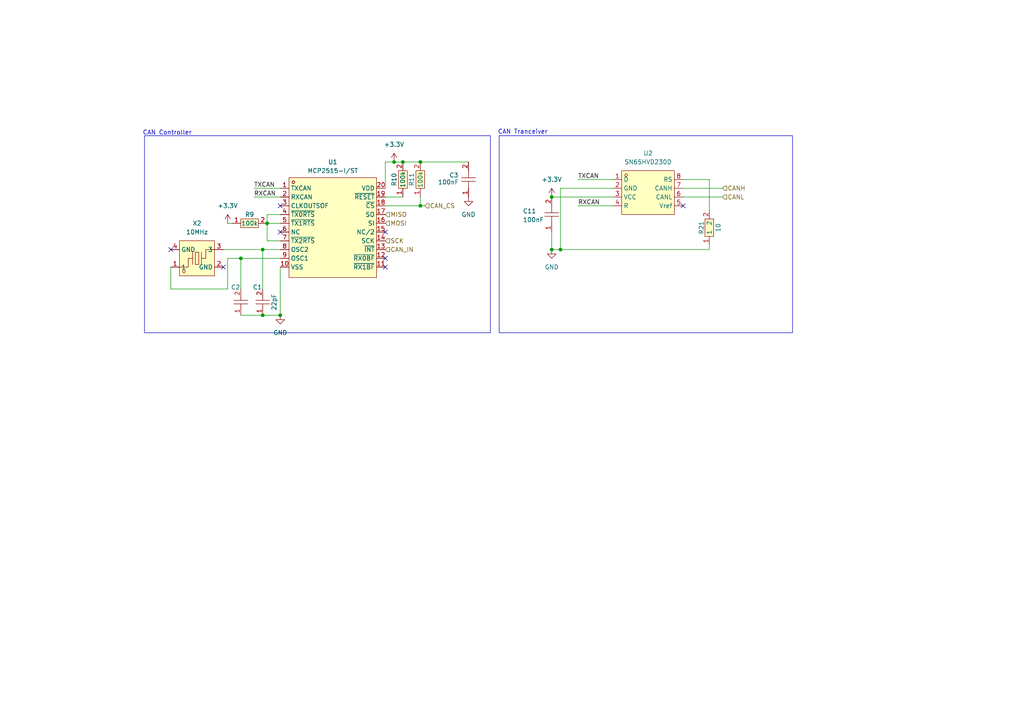
<source format=kicad_sch>
(kicad_sch (version 20250114) (generator "eeschema") (generator_version "9.0")
  (paper "A4")
  (lib_symbols
    (symbol "CC0603JRNPO9BN220_1" (pin_names (hide yes))
      (property "Reference" "C" (at 0 5.08 0))
      (property "Value" "CC0603JRNPO9BN220" (at 0 -5.08 0))
      (symbol "CC0603JRNPO9BN220_1_0_1"
        (polyline (pts (xy -1.27 0) (xy -0.51 0)))
        (polyline (pts (xy -0.51 2.03) (xy -0.51 -2.03)))
        (polyline (pts (xy 0.51 2.03) (xy 0.51 -2.03)))
        (polyline (pts (xy 0.51 0) (xy 1.27 0)))
        (pin input line (at -3.81 0 0) (length 2.54) (name "1") (number "1"))
        (pin input line (at 3.81 0 180) (length 2.54) (name "2") (number "2"))
      )
    )
    (symbol "CC0603KRX7R9BB104_1" (pin_names (hide yes))
      (property "Reference" "C" (at 0 5.08 0))
      (property "Value" "CC0603KRX7R9BB104" (at 0 -5.08 0))
      (symbol "CC0603KRX7R9BB104_1_0_1"
        (polyline (pts (xy -0.51 0) (xy -2.54 0)))
        (polyline (pts (xy -0.51 -2.03) (xy -0.51 2.03)))
        (polyline (pts (xy 0.51 2.03) (xy 0.51 -2.03)))
        (polyline (pts (xy 2.54 0) (xy 0.51 0)))
        (pin unspecified line (at -5.08 0 0) (length 2.54) (name "1") (number "1"))
        (pin unspecified line (at 5.08 0 180) (length 2.54) (name "2") (number "2"))
      )
    )
    (symbol "easyeda2kicad:CC0603JRNPO9BN220" (pin_names (hide yes))
      (property "Reference" "C" (at 0 5.08 0))
      (property "Value" "CC0603JRNPO9BN220" (at 0 -5.08 0))
      (symbol "CC0603JRNPO9BN220_0_1"
        (polyline (pts (xy -1.27 0) (xy -0.51 0)))
        (polyline (pts (xy -0.51 2.03) (xy -0.51 -2.03)))
        (polyline (pts (xy 0.51 2.03) (xy 0.51 -2.03)))
        (polyline (pts (xy 0.51 0) (xy 1.27 0)))
        (pin input line (at -3.81 0 0) (length 2.54) (name "1") (number "1"))
        (pin input line (at 3.81 0 180) (length 2.54) (name "2") (number "2"))
      )
    )
    (symbol "easyeda2kicad:CRCW0402100KFKED" (pin_names (hide yes))
      (property "Reference" "R" (at 0 5.08 0))
      (property "Value" "CRCW0402100KFKED" (at 0 -5.08 0))
      (symbol "CRCW0402100KFKED_0_1"
        (rectangle (start -2.54 1.27) (end 2.54 -1.27) (fill (type background)))
        (pin unspecified line (at -5.08 0 0) (length 2.54) (name "1") (number "1"))
        (pin unspecified line (at 5.08 0 180) (length 2.54) (name "2") (number "2"))
      )
    )
    (symbol "easyeda2kicad:ERJ3GEYJ100V"
      (property "Reference" "R" (at 0 5.08 0))
      (property "Value" "ERJ3GEYJ100V" (at 0 -5.08 0))
      (symbol "ERJ3GEYJ100V_0_1"
        (rectangle (start -2.54 1.27) (end 2.54 -1.27) (fill (type background)))
        (pin unspecified line (at -5.08 0 0) (length 2.54) (name "1") (number "1"))
        (pin unspecified line (at 5.08 0 180) (length 2.54) (name "2") (number "2"))
      )
    )
    (symbol "easyeda2kicad:MCP2515-I_ST"
      (property "Reference" "U" (at 0 16.51 0))
      (property "Value" "MCP2515-I/ST" (at 0 -16.51 0))
      (symbol "MCP2515-I_ST_0_1"
        (rectangle (start -12.7 14.48) (end 12.7 -14.48) (fill (type background)))
        (circle (center -11.43 13.21) (radius 0.38))
        (circle (center -11.43 13.21) (radius 0.38))
        (pin unspecified line (at -15.24 11.43 0) (length 2.54) (name "TXCAN") (number "1"))
        (pin unspecified line (at -15.24 8.89 0) (length 2.54) (name "RXCAN") (number "2"))
        (pin unspecified line (at -15.24 6.35 0) (length 2.54) (name "CLKOUTSOF") (number "3"))
        (pin unspecified line (at -15.24 3.81 0) (length 2.54) (name "~{TX0RTS}") (number "4"))
        (pin unspecified line (at -15.24 1.27 0) (length 2.54) (name "~{TX1RTS}") (number "5"))
        (pin unspecified line (at -15.24 -1.27 0) (length 2.54) (name "NC") (number "6"))
        (pin unspecified line (at -15.24 -3.81 0) (length 2.54) (name "~{TX2RTS}") (number "7"))
        (pin unspecified line (at -15.24 -6.35 0) (length 2.54) (name "OSC2") (number "8"))
        (pin unspecified line (at -15.24 -8.89 0) (length 2.54) (name "OSC1") (number "9"))
        (pin unspecified line (at -15.24 -11.43 0) (length 2.54) (name "VSS") (number "10"))
        (pin unspecified line (at 15.24 11.43 180) (length 2.54) (name "VDD") (number "20"))
        (pin unspecified line (at 15.24 8.89 180) (length 2.54) (name "~{RESET}") (number "19"))
        (pin unspecified line (at 15.24 6.35 180) (length 2.54) (name "~{CS}") (number "18"))
        (pin unspecified line (at 15.24 3.81 180) (length 2.54) (name "SO") (number "17"))
        (pin unspecified line (at 15.24 1.27 180) (length 2.54) (name "SI") (number "16"))
        (pin unspecified line (at 15.24 -1.27 180) (length 2.54) (name "NC/2") (number "15"))
        (pin unspecified line (at 15.24 -3.81 180) (length 2.54) (name "SCK") (number "14"))
        (pin unspecified line (at 15.24 -6.35 180) (length 2.54) (name "~{INT}") (number "13"))
        (pin unspecified line (at 15.24 -8.89 180) (length 2.54) (name "~{RX0BF}") (number "12"))
        (pin unspecified line (at 15.24 -11.43 180) (length 2.54) (name "~{RX1BF}") (number "11"))
      )
    )
    (symbol "easyeda2kicad:SN65HVD230D"
      (property "Reference" "U" (at 0 8.89 0))
      (property "Value" "SN65HVD230D" (at 0 -8.89 0))
      (symbol "SN65HVD230D_0_1"
        (rectangle (start -7.62 6.35) (end 7.62 -6.35) (fill (type background)))
        (circle (center -6.35 5.08) (radius 0.38))
        (pin unspecified line (at -10.16 3.81 0) (length 2.54) (name "D") (number "1"))
        (pin unspecified line (at -10.16 1.27 0) (length 2.54) (name "GND") (number "2"))
        (pin unspecified line (at -10.16 -1.27 0) (length 2.54) (name "VCC") (number "3"))
        (pin unspecified line (at -10.16 -3.81 0) (length 2.54) (name "R") (number "4"))
        (pin unspecified line (at 10.16 3.81 180) (length 2.54) (name "RS") (number "8"))
        (pin unspecified line (at 10.16 1.27 180) (length 2.54) (name "CANH") (number "7"))
        (pin unspecified line (at 10.16 -1.27 180) (length 2.54) (name "CANL") (number "6"))
        (pin unspecified line (at 10.16 -3.81 180) (length 2.54) (name "Vref") (number "5"))
      )
    )
    (symbol "easyeda2kicad:T322510MBBDE2X"
      (property "Reference" "X" (at 0 7.62 0))
      (property "Value" "T322510MBBDE2X" (at 0 -7.62 0))
      (symbol "T322510MBBDE2X_0_1"
        (rectangle (start -5.08 5.08) (end 5.08 -5.08) (fill (type background)))
        (polyline (pts (xy -5.08 -2.54) (xy -2.54 -2.54) (xy -2.54 0) (xy -1.27 0)))
        (circle (center -3.81 -3.81) (radius 0.38))
        (polyline (pts (xy -1.27 -1.78) (xy -1.27 1.78)))
        (rectangle (start -0.51 1.78) (end 0.51 -1.78) (fill (type background)))
        (polyline (pts (xy 1.27 -1.78) (xy 1.27 1.78)))
        (polyline (pts (xy 5.08 2.54) (xy 2.54 2.54) (xy 2.54 0) (xy 1.27 0)))
        (pin input line (at -7.62 2.54 0) (length 2.54) (name "GND") (number "4"))
        (pin input line (at -7.62 -2.54 0) (length 2.54) (name "1") (number "1"))
        (pin input line (at 7.62 2.54 180) (length 2.54) (name "3") (number "3"))
        (pin input line (at 7.62 -2.54 180) (length 2.54) (name "GND") (number "2"))
      )
    )
    (symbol "power:+3.3V" (power) (pin_numbers (hide yes)) (pin_names (offset 0) (hide yes))
      (property "Value" "+3.3V" (at 0 3.556 0))
      (symbol "+3.3V_0_1"
        (polyline (pts (xy -0.762 1.27) (xy 0 2.54)))
        (polyline (pts (xy 0 2.54) (xy 0.762 1.27)))
        (polyline (pts (xy 0 0) (xy 0 2.54)))
      )
      (symbol "+3.3V_1_1"
        (pin power_in line (at 0 0 90) (length 0) (name "~") (number "1"))
      )
    )
    (symbol "power:GND" (power) (pin_numbers (hide yes)) (pin_names (offset 0) (hide yes))
      (property "Value" "GND" (at 0 -3.81 0))
      (symbol "GND_0_1"
        (polyline (pts (xy 0 0) (xy 0 -1.27) (xy 1.27 -1.27) (xy 0 -2.54) (xy -1.27 -1.27) (xy 0 -1.27)))
      )
      (symbol "GND_1_1"
        (pin power_in line (at 0 0 270) (length 0) (name "~") (number "1"))
      )
    )
  )
  (rectangle (start 41.91 39.37) (end 142.24 96.52))
  (rectangle (start 144.78 39.37) (end 229.87 96.52))
  (text "CAN Tranceiver\n" (at 151.638 38.354 0) (effects (font (size 1.27 1.27))))
  (text "CAN Controller\n" (at 48.514 38.608 0) (effects (font (size 1.27 1.27))))
  (junction (at 69.85 74.93))
  (junction (at 81.28 91.44))
  (junction (at 116.84 46.99))
  (junction (at 160.02 57.15))
  (junction (at 121.92 59.69))
  (junction (at 162.56 72.39))
  (junction (at 76.2 91.44))
  (junction (at 76.2 72.39))
  (junction (at 121.92 46.99))
  (junction (at 77.47 64.77))
  (junction (at 160.02 72.39))
  (junction (at 114.3 46.99))
  (no_connect (at 198.12 59.69))
  (no_connect (at 111.76 67.31))
  (no_connect (at 111.76 74.93))
  (no_connect (at 81.28 59.69))
  (no_connect (at 81.28 67.31))
  (no_connect (at 64.77 77.47))
  (no_connect (at 111.76 77.47))
  (no_connect (at 49.53 72.39))
  (wire (pts (xy 160.02 72.39) (xy 160.02 67.31)))
  (wire (pts (xy 66.04 64.77) (xy 67.31 64.77)))
  (wire (pts (xy 121.92 59.69) (xy 111.76 59.69)))
  (wire (pts (xy 49.53 77.47) (xy 49.53 83.82)))
  (wire (pts (xy 114.3 46.99) (xy 116.84 46.99)))
  (wire (pts (xy 66.04 83.82) (xy 66.04 74.93)))
  (wire (pts (xy 77.47 64.77) (xy 81.28 64.77)))
  (wire (pts (xy 81.28 62.23) (xy 77.47 62.23)))
  (wire (pts (xy 69.85 91.44) (xy 76.2 91.44)))
  (wire (pts (xy 66.04 74.93) (xy 69.85 74.93)))
  (wire (pts (xy 111.76 57.15) (xy 116.84 57.15)))
  (wire (pts (xy 123.19 59.69) (xy 121.92 59.69)))
  (wire (pts (xy 205.74 52.07) (xy 198.12 52.07)))
  (wire (pts (xy 111.76 54.61) (xy 111.76 46.99)))
  (wire (pts (xy 64.77 72.39) (xy 76.2 72.39)))
  (wire (pts (xy 135.89 46.99) (xy 121.92 46.99)))
  (wire (pts (xy 111.76 46.99) (xy 114.3 46.99)))
  (wire (pts (xy 205.74 72.39) (xy 205.74 71.12)))
  (wire (pts (xy 121.92 46.99) (xy 116.84 46.99)))
  (wire (pts (xy 77.47 69.85) (xy 81.28 69.85)))
  (wire (pts (xy 69.85 74.93) (xy 69.85 83.82)))
  (wire (pts (xy 121.92 57.15) (xy 121.92 59.69)))
  (wire (pts (xy 77.47 64.77) (xy 77.47 69.85)))
  (wire (pts (xy 198.12 54.61) (xy 209.55 54.61)))
  (wire (pts (xy 162.56 72.39) (xy 205.74 72.39)))
  (wire (pts (xy 167.64 59.69) (xy 177.8 59.69)))
  (wire (pts (xy 205.74 60.96) (xy 205.74 52.07)))
  (wire (pts (xy 73.66 54.61) (xy 81.28 54.61)))
  (wire (pts (xy 160.02 57.15) (xy 177.8 57.15)))
  (wire (pts (xy 81.28 77.47) (xy 81.28 91.44)))
  (wire (pts (xy 81.28 72.39) (xy 76.2 72.39)))
  (wire (pts (xy 198.12 57.15) (xy 209.55 57.15)))
  (wire (pts (xy 76.2 72.39) (xy 76.2 83.82)))
  (wire (pts (xy 69.85 74.93) (xy 81.28 74.93)))
  (wire (pts (xy 177.8 54.61) (xy 162.56 54.61)))
  (wire (pts (xy 77.47 62.23) (xy 77.47 64.77)))
  (wire (pts (xy 167.64 52.07) (xy 177.8 52.07)))
  (wire (pts (xy 73.66 57.15) (xy 81.28 57.15)))
  (wire (pts (xy 162.56 54.61) (xy 162.56 72.39)))
  (wire (pts (xy 49.53 83.82) (xy 66.04 83.82)))
  (wire (pts (xy 162.56 72.39) (xy 160.02 72.39)))
  (wire (pts (xy 76.2 91.44) (xy 81.28 91.44)))
  (label "RXCAN" (at 73.66 57.15 0))
  (label "RXCAN" (at 167.64 59.69 0))
  (label "TXCAN" (at 167.64 52.07 0))
  (label "TXCAN" (at 73.66 54.61 0))
  (hierarchical_label "CAN_CS" (shape input) (at 123.19 59.69 0))
  (hierarchical_label "CANL" (shape input) (at 209.55 57.15 0))
  (hierarchical_label "MOSI" (shape input) (at 111.76 64.77 0))
  (hierarchical_label "SCK" (shape input) (at 111.76 69.85 0))
  (hierarchical_label "CANH" (shape input) (at 209.55 54.61 0))
  (hierarchical_label "MISO" (shape input) (at 111.76 62.23 0))
  (hierarchical_label "CAN_IN" (shape input) (at 111.76 72.39 0))
  (symbol (lib_id "power:GND") (at 160.02 72.39 0) (unit 1)
    (property "Reference" "#PWR0404" (effects (hide yes)))
    (property "Value" "GND" (at 160.02 77.47 0))
    (property "Description" "Power symbol creates a global label with name \"GND\" , ground" (effects (hide yes)))
  )
  (symbol (lib_id "easyeda2kicad:MCP2515-I_ST") (at 96.52 66.04 0) (unit 1)
    (property "Reference" "U1" (at 96.52 46.99 0))
    (property "Value" "MCP2515-I/ST" (at 96.52 49.53 0))
    (property "Footprint" "easyeda2kicad:TSSOP-20_L6.5-W4.4-P0.65-LS6.4-BL" (effects (hide yes)))
    (property "Datasheet" "https://lcsc.com/product-detail/CAN_MICROCHIP_MCP2515-I-ST_MCP2515-I-ST_C15193.html" (effects (hide yes)))
    (property "LCSC Part" "C15193" (effects (hide yes)))
  )
  (symbol (lib_id "power:GND") (at 81.28 91.44 0) (unit 1)
    (property "Reference" "#PWR0405" (effects (hide yes)))
    (property "Value" "GND" (at 81.28 96.52 0))
    (property "Description" "Power symbol creates a global label with name \"GND\" , ground" (effects (hide yes)))
  )
  (symbol (lib_id "easyeda2kicad:ERJ3GEYJ100V") (at 205.74 66.04 90) (unit 1)
    (property "Reference" "R21" (at 203.454 66.04 0))
    (property "Value" "10" (at 208.28 66.04 0))
    (property "Footprint" "easyeda2kicad:R0603" (effects (hide yes)))
    (property "Datasheet" "https://lcsc.com/product-detail/Chip-Resistor-Surface-Mount_PANASONIC-ERJ3GEYJ100V_C403411.html" (effects (hide yes)))
    (property "LCSC Part" "C403411" (effects (hide yes)))
  )
  (symbol (lib_name "CC0603KRX7R9BB104_1") (lib_id "easyeda2kicad:CC0603KRX7R9BB104") (at 135.89 52.07 90) (unit 1)
    (property "Reference" "C3" (at 130.302 50.8 90) (effects (justify right)))
    (property "Value" "100nF" (at 127 52.832 90) (effects (justify right)))
    (property "Footprint" "easyeda2kicad:C0603" (effects (hide yes)))
    (property "Datasheet" "https://lcsc.com/product-detail/Multilayer-Ceramic-Capacitors-MLCC-SMD-SMT_100nF-104-10-50V_C14663.html" (effects (hide yes)))
    (property "LCSC Part" "C14663" (effects (hide yes)))
  )
  (symbol (lib_id "easyeda2kicad:CRCW0402100KFKED") (at 72.39 64.77 0) (unit 1)
    (property "Reference" "R9" (at 72.39 62.23 0))
    (property "Value" "100k" (at 72.39 64.77 0))
    (property "Footprint" "easyeda2kicad:R0402" (effects (hide yes)))
    (property "Datasheet" "https://lcsc.com/product-detail/New-Arrivals_Vishay-Intertech-CRCW0402100KFKED_C481918.html" (effects (hide yes)))
    (property "LCSC Part" "C481918" (effects (hide yes)))
  )
  (symbol (lib_name "CC0603KRX7R9BB104_1") (lib_id "easyeda2kicad:CC0603KRX7R9BB104") (at 160.02 62.23 90) (unit 1)
    (property "Reference" "C11" (at 151.638 61.214 90) (effects (justify right)))
    (property "Value" "100nF" (at 151.638 63.754 90) (effects (justify right)))
    (property "Footprint" "easyeda2kicad:C0603" (effects (hide yes)))
    (property "Datasheet" "https://lcsc.com/product-detail/Multilayer-Ceramic-Capacitors-MLCC-SMD-SMT_100nF-104-10-50V_C14663.html" (effects (hide yes)))
    (property "LCSC Part" "C14663" (effects (hide yes)))
  )
  (symbol (lib_id "easyeda2kicad:CRCW0402100KFKED") (at 116.84 52.07 90) (unit 1)
    (property "Reference" "R10" (at 114.3 52.07 0))
    (property "Value" "100k" (at 116.84 52.07 0))
    (property "Footprint" "easyeda2kicad:R0402" (effects (hide yes)))
    (property "Datasheet" "https://lcsc.com/product-detail/New-Arrivals_Vishay-Intertech-CRCW0402100KFKED_C481918.html" (effects (hide yes)))
    (property "LCSC Part" "C481918" (effects (hide yes)))
  )
  (symbol (lib_id "power:+3.3V") (at 66.04 64.77 0) (unit 1)
    (property "Reference" "#PWR016" (effects (hide yes)))
    (property "Value" "+3.3V" (at 66.04 59.69 0))
    (property "Description" "Power symbol creates a global label with name \"+3.3V\"" (effects (hide yes)))
  )
  (symbol (lib_id "easyeda2kicad:CRCW0402100KFKED") (at 121.92 52.07 90) (unit 1)
    (property "Reference" "R11" (at 119.38 52.07 0))
    (property "Value" "100k" (at 121.92 52.07 0))
    (property "Footprint" "easyeda2kicad:R0402" (effects (hide yes)))
    (property "Datasheet" "https://lcsc.com/product-detail/New-Arrivals_Vishay-Intertech-CRCW0402100KFKED_C481918.html" (effects (hide yes)))
    (property "LCSC Part" "C481918" (effects (hide yes)))
  )
  (symbol (lib_name "CC0603JRNPO9BN220_1") (lib_id "easyeda2kicad:CC0603JRNPO9BN220") (at 69.85 87.63 90) (unit 1)
    (property "Reference" "C2" (at 68.326 83.312 90))
    (property "Value" "22pF" (effects (hide yes)))
    (property "Footprint" "easyeda2kicad:C0603" (effects (hide yes)))
    (property "Datasheet" "https://lcsc.com/product-detail/Multilayer-Ceramic-Capacitors-MLCC-SMD-SMT_22pF-220-5-50V_C105620.html" (effects (hide yes)))
    (property "LCSC Part" "C105620" (effects (hide yes)))
  )
  (symbol (lib_id "easyeda2kicad:CC0603JRNPO9BN220") (at 76.2 87.63 90) (unit 1)
    (property "Reference" "C1" (at 74.676 83.312 90))
    (property "Value" "22pF" (at 79.502 87.63 0))
    (property "Footprint" "easyeda2kicad:C0603" (effects (hide yes)))
    (property "Datasheet" "https://lcsc.com/product-detail/Multilayer-Ceramic-Capacitors-MLCC-SMD-SMT_22pF-220-5-50V_C105620.html" (effects (hide yes)))
    (property "LCSC Part" "C105620" (effects (hide yes)))
  )
  (symbol (lib_id "power:+3.3V") (at 160.02 57.15 0) (unit 1)
    (property "Reference" "#PWR015" (effects (hide yes)))
    (property "Value" "+3.3V" (at 160.02 52.07 0))
    (property "Description" "Power symbol creates a global label with name \"+3.3V\"" (effects (hide yes)))
  )
  (symbol (lib_id "power:GND") (at 135.89 57.15 0) (unit 1)
    (property "Reference" "#PWR018" (effects (hide yes)))
    (property "Value" "GND" (at 135.89 62.23 0))
    (property "Description" "Power symbol creates a global label with name \"GND\" , ground" (effects (hide yes)))
  )
  (symbol (lib_id "easyeda2kicad:T322510MBBDE2X") (at 57.15 74.93 0) (unit 1)
    (property "Reference" "X2" (at 57.15 64.77 0))
    (property "Value" "10MHz" (at 57.15 67.31 0))
    (property "Footprint" "easyeda2kicad:CRYSTAL-SMD_4P-L3.2-W2.5-BL" (effects (hide yes)))
    (property "LCSC Part" "C20885034" (effects (hide yes)))
  )
  (symbol (lib_id "power:+3.3V") (at 114.3 46.99 0) (unit 1)
    (property "Reference" "#PWR017" (effects (hide yes)))
    (property "Value" "+3.3V" (at 114.3 41.91 0))
    (property "Description" "Power symbol creates a global label with name \"+3.3V\"" (effects (hide yes)))
  )
  (symbol (lib_id "easyeda2kicad:SN65HVD230D") (at 187.96 55.88 0) (unit 1)
    (property "Reference" "U2" (at 187.96 44.45 0))
    (property "Value" "SN65HVD230D" (at 187.96 46.99 0))
    (property "Footprint" "easyeda2kicad:SOIC-8_L4.9-W3.9-P1.27-LS6.0-BL" (effects (hide yes)))
    (property "LCSC Part" "C1543812" (effects (hide yes)))
  )
)
</source>
